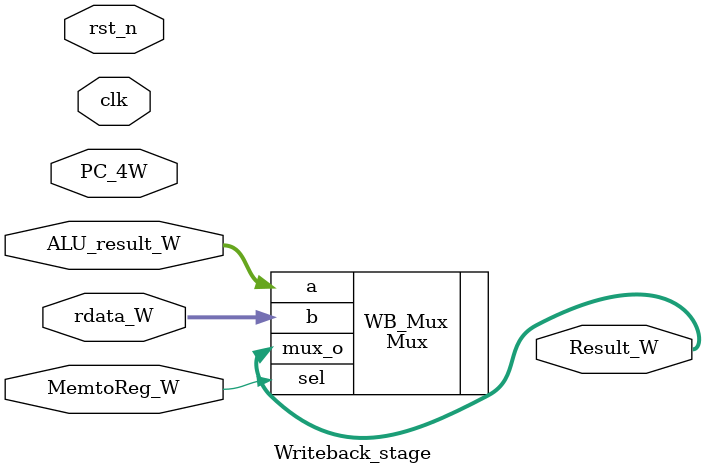
<source format=sv>
module Writeback_stage #(
    parameter ADDR_WIDTH = 32,
    parameter DAT_WIDTH = 32
) (
    input                           clk,
    input                           rst_n,
    input                           MemtoReg_W,
    input   [ADDR_WIDTH - 1 : 0]    PC_4W,
    input   [DAT_WIDTH - 1 : 0]     ALU_result_W,
    input   [DAT_WIDTH - 1 : 0]     rdata_W,

    output  [DAT_WIDTH - 1 : 0]     Result_W
);

Mux WB_Mux (
    .sel(MemtoReg_W),
    .a(ALU_result_W),
    .b(rdata_W),
    .mux_o(Result_W)
);

endmodule
</source>
